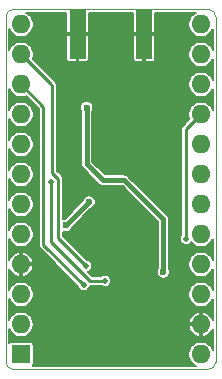
<source format=gbr>
%TF.GenerationSoftware,KiCad,Pcbnew,5.1.6+dfsg1-1~bpo10+1*%
%TF.CreationDate,2020-07-10T20:01:31+00:00*%
%TF.ProjectId,ProMicro_LORA,50726f4d-6963-4726-9f5f-4c4f52412e6b,v1.1*%
%TF.SameCoordinates,Original*%
%TF.FileFunction,Copper,L2,Bot*%
%TF.FilePolarity,Positive*%
%FSLAX45Y45*%
G04 Gerber Fmt 4.5, Leading zero omitted, Abs format (unit mm)*
G04 Created by KiCad (PCBNEW 5.1.6+dfsg1-1~bpo10+1) date 2020-07-10 20:01:31*
%MOMM*%
%LPD*%
G01*
G04 APERTURE LIST*
%TA.AperFunction,Profile*%
%ADD10C,0.100000*%
%TD*%
%TA.AperFunction,ComponentPad*%
%ADD11O,1.600000X1.600000*%
%TD*%
%TA.AperFunction,ComponentPad*%
%ADD12R,1.600000X1.600000*%
%TD*%
%TA.AperFunction,SMDPad,CuDef*%
%ADD13R,1.350000X4.200000*%
%TD*%
%TA.AperFunction,ViaPad*%
%ADD14C,0.600000*%
%TD*%
%TA.AperFunction,ViaPad*%
%ADD15C,0.500000*%
%TD*%
%TA.AperFunction,ViaPad*%
%ADD16C,0.450000*%
%TD*%
%TA.AperFunction,Conductor*%
%ADD17C,0.400000*%
%TD*%
%TA.AperFunction,Conductor*%
%ADD18C,0.250000*%
%TD*%
%TA.AperFunction,Conductor*%
%ADD19C,0.150000*%
%TD*%
G04 APERTURE END LIST*
D10*
X-127000Y2857500D02*
X-127000Y-63500D01*
X1651000Y2857500D02*
X1651000Y-63500D01*
X-127000Y2857500D02*
G75*
G02*
X-63500Y2921000I63500J0D01*
G01*
X1587500Y2921000D02*
G75*
G02*
X1651000Y2857500I0J-63500D01*
G01*
X-63500Y2921000D02*
X1587500Y2921000D01*
X1651000Y-63500D02*
G75*
G02*
X1587500Y-127000I-63500J0D01*
G01*
X-63500Y-127000D02*
G75*
G02*
X-127000Y-63500I0J63500D01*
G01*
X1587500Y-127000D02*
X-63500Y-127000D01*
D11*
X1524000Y0D03*
X1524000Y254000D03*
X1524000Y508000D03*
X0Y2794000D03*
X1524000Y762000D03*
X0Y2540000D03*
X1524000Y1016000D03*
X0Y2286000D03*
X1524000Y1270000D03*
X0Y2032000D03*
X1524000Y1524000D03*
X0Y1778000D03*
X1524000Y1778000D03*
X0Y1524000D03*
X1524000Y2032000D03*
X0Y1270000D03*
X1524000Y2286000D03*
X0Y1016000D03*
X1524000Y2540000D03*
X0Y762000D03*
X1524000Y2794000D03*
X0Y508000D03*
X0Y254000D03*
D12*
X0Y0D03*
D13*
X479500Y2710500D03*
X1044500Y2710500D03*
D14*
X1333500Y381000D03*
X190500Y254000D03*
X1397000Y127000D03*
X1270000Y0D03*
X1143000Y254000D03*
X952500Y254000D03*
X762000Y254000D03*
X571500Y254000D03*
X254000Y0D03*
X1460500Y889000D03*
X762000Y1993900D03*
D15*
X889000Y1828800D03*
D14*
X889000Y1993900D03*
X1231900Y2108200D03*
X1231900Y2222500D03*
X1231900Y2349500D03*
X1333500Y819150D03*
D16*
X825500Y1397000D03*
X1053622Y1399062D03*
D15*
X381000Y1320800D03*
D14*
X647700Y1993900D03*
X635000Y2476500D03*
X889000Y2476500D03*
X1231900Y2476500D03*
X1231900Y2616200D03*
X101600Y381000D03*
X254000Y2667000D03*
X127000Y1397000D03*
X88900Y1651000D03*
X444500Y2222500D03*
X254000Y2413000D03*
X381000Y1524000D03*
X666750Y2222500D03*
D16*
X726440Y1397000D03*
D14*
X571500Y381000D03*
X762000Y381000D03*
X952500Y381000D03*
X762000Y1143000D03*
X762000Y889000D03*
X1016000Y889000D03*
X1016000Y1143000D03*
X127000Y1143000D03*
X381000Y254000D03*
X1193800Y1892300D03*
X1244600Y406400D03*
X1130300Y406400D03*
D15*
X368300Y1841500D03*
X368300Y1993900D03*
X292100Y673100D03*
D14*
X533400Y1524000D03*
X88900Y1905000D03*
D16*
X952500Y1397000D03*
D14*
X1206500Y698500D03*
X556260Y2089150D03*
X381000Y1092200D03*
X577850Y1289050D03*
D16*
X693180Y1475500D03*
D15*
X1397000Y977900D03*
X552450Y749300D03*
X711200Y622300D03*
X254000Y1460500D03*
X530841Y586759D03*
D17*
X952500Y1397000D02*
X1143000Y1206500D01*
X1206500Y1143000D02*
X1143000Y1206500D01*
X1206500Y698500D02*
X1206500Y1143000D01*
X381000Y1092200D02*
X577850Y1289050D01*
X693180Y1475500D02*
X874000Y1475500D01*
X874000Y1475500D02*
X892810Y1456690D01*
X952500Y1397000D02*
X892810Y1456690D01*
X556260Y1612420D02*
X556260Y2089150D01*
X693180Y1475500D02*
X556260Y1612420D01*
D18*
X1397000Y1905000D02*
X1397000Y977900D01*
X1524000Y2032000D02*
X1397000Y1905000D01*
X254000Y2286000D02*
X0Y2540000D01*
X318500Y1484900D02*
X266700Y1536700D01*
X266700Y2273300D02*
X254000Y2286000D01*
X318500Y983250D02*
X318500Y1484900D01*
X266700Y1536700D02*
X266700Y2273300D01*
X552450Y749300D02*
X318500Y983250D01*
X711200Y622300D02*
X584200Y622300D01*
X584200Y622300D02*
X254000Y952500D01*
X254000Y1460500D02*
X254000Y952500D01*
X190500Y927100D02*
X530841Y586759D01*
X190500Y1700637D02*
X190500Y927100D01*
X190500Y1700637D02*
X190500Y2095500D01*
X190500Y2095500D02*
X0Y2286000D01*
D19*
G36*
X384500Y2724875D02*
G01*
X391375Y2718000D01*
X472000Y2718000D01*
X472000Y2720000D01*
X487000Y2720000D01*
X487000Y2718000D01*
X567625Y2718000D01*
X574500Y2724875D01*
X574615Y2893500D01*
X949385Y2893500D01*
X949500Y2724875D01*
X956375Y2718000D01*
X1037000Y2718000D01*
X1037000Y2720000D01*
X1052000Y2720000D01*
X1052000Y2718000D01*
X1132625Y2718000D01*
X1139500Y2724875D01*
X1139615Y2893500D01*
X1483303Y2893500D01*
X1473080Y2889265D01*
X1455473Y2877501D01*
X1440499Y2862527D01*
X1428735Y2844920D01*
X1420631Y2825357D01*
X1416500Y2804588D01*
X1416500Y2783412D01*
X1420631Y2762643D01*
X1428735Y2743080D01*
X1440499Y2725473D01*
X1455473Y2710499D01*
X1473080Y2698735D01*
X1492643Y2690631D01*
X1513412Y2686500D01*
X1534588Y2686500D01*
X1555357Y2690631D01*
X1574920Y2698735D01*
X1592527Y2710499D01*
X1607501Y2725473D01*
X1619265Y2743080D01*
X1623500Y2753303D01*
X1623500Y2580697D01*
X1619265Y2590920D01*
X1607501Y2608527D01*
X1592527Y2623501D01*
X1574920Y2635265D01*
X1555357Y2643369D01*
X1534588Y2647500D01*
X1513412Y2647500D01*
X1492643Y2643369D01*
X1473080Y2635265D01*
X1455473Y2623501D01*
X1440499Y2608527D01*
X1428735Y2590920D01*
X1420631Y2571357D01*
X1416500Y2550588D01*
X1416500Y2529412D01*
X1420631Y2508643D01*
X1428735Y2489080D01*
X1440499Y2471473D01*
X1455473Y2456499D01*
X1473080Y2444735D01*
X1492643Y2436631D01*
X1513412Y2432500D01*
X1534588Y2432500D01*
X1555357Y2436631D01*
X1574920Y2444735D01*
X1592527Y2456499D01*
X1607501Y2471473D01*
X1619265Y2489080D01*
X1623500Y2499303D01*
X1623500Y2326697D01*
X1619265Y2336920D01*
X1607501Y2354527D01*
X1592527Y2369501D01*
X1574920Y2381265D01*
X1555357Y2389369D01*
X1534588Y2393500D01*
X1513412Y2393500D01*
X1492643Y2389369D01*
X1473080Y2381265D01*
X1455473Y2369501D01*
X1440499Y2354527D01*
X1428735Y2336920D01*
X1420631Y2317357D01*
X1416500Y2296588D01*
X1416500Y2275412D01*
X1420631Y2254643D01*
X1428735Y2235080D01*
X1440499Y2217473D01*
X1455473Y2202499D01*
X1473080Y2190735D01*
X1492643Y2182631D01*
X1513412Y2178500D01*
X1534588Y2178500D01*
X1555357Y2182631D01*
X1574920Y2190735D01*
X1592527Y2202499D01*
X1607501Y2217473D01*
X1619265Y2235080D01*
X1623500Y2245303D01*
X1623500Y2072697D01*
X1619265Y2082920D01*
X1607501Y2100527D01*
X1592527Y2115501D01*
X1574920Y2127265D01*
X1555357Y2135369D01*
X1534588Y2139500D01*
X1513412Y2139500D01*
X1492643Y2135369D01*
X1473080Y2127265D01*
X1455473Y2115501D01*
X1440499Y2100527D01*
X1428735Y2082920D01*
X1420631Y2063357D01*
X1416500Y2042588D01*
X1416500Y2021412D01*
X1420631Y2000643D01*
X1425155Y1989723D01*
X1370105Y1934674D01*
X1368579Y1933421D01*
X1363580Y1927330D01*
X1359866Y1920381D01*
X1357579Y1912841D01*
X1357579Y1912841D01*
X1356807Y1905000D01*
X1357000Y1903035D01*
X1357000Y1012146D01*
X1356221Y1011367D01*
X1350475Y1002768D01*
X1346518Y993214D01*
X1344500Y983071D01*
X1344500Y972729D01*
X1346518Y962586D01*
X1350475Y953032D01*
X1356221Y944433D01*
X1363533Y937121D01*
X1372132Y931375D01*
X1381686Y927418D01*
X1391829Y925400D01*
X1402171Y925400D01*
X1412314Y927418D01*
X1421868Y931375D01*
X1430467Y937121D01*
X1437779Y944433D01*
X1440155Y947988D01*
X1440499Y947473D01*
X1455473Y932499D01*
X1473080Y920735D01*
X1492643Y912631D01*
X1513412Y908500D01*
X1534588Y908500D01*
X1555357Y912631D01*
X1574920Y920735D01*
X1592527Y932499D01*
X1607501Y947473D01*
X1619265Y965080D01*
X1623500Y975303D01*
X1623500Y802696D01*
X1619265Y812920D01*
X1607501Y830527D01*
X1592527Y845501D01*
X1574920Y857265D01*
X1555357Y865369D01*
X1534588Y869500D01*
X1513412Y869500D01*
X1492643Y865369D01*
X1473080Y857265D01*
X1455473Y845501D01*
X1440499Y830527D01*
X1428735Y812920D01*
X1420631Y793357D01*
X1416500Y772588D01*
X1416500Y751412D01*
X1420631Y730643D01*
X1428735Y711080D01*
X1440499Y693473D01*
X1455473Y678499D01*
X1473080Y666735D01*
X1492643Y658631D01*
X1513412Y654500D01*
X1534588Y654500D01*
X1555357Y658631D01*
X1574920Y666735D01*
X1592527Y678499D01*
X1607501Y693473D01*
X1619265Y711080D01*
X1623500Y721303D01*
X1623500Y548697D01*
X1619265Y558920D01*
X1607501Y576527D01*
X1592527Y591501D01*
X1574920Y603265D01*
X1555357Y611369D01*
X1534588Y615500D01*
X1513412Y615500D01*
X1492643Y611369D01*
X1473080Y603265D01*
X1455473Y591501D01*
X1440499Y576527D01*
X1428735Y558920D01*
X1420631Y539357D01*
X1416500Y518588D01*
X1416500Y497412D01*
X1420631Y476643D01*
X1428735Y457080D01*
X1440499Y439473D01*
X1455473Y424499D01*
X1473080Y412735D01*
X1492643Y404631D01*
X1513412Y400500D01*
X1534588Y400500D01*
X1555357Y404631D01*
X1574920Y412735D01*
X1592527Y424499D01*
X1607501Y439473D01*
X1619265Y457080D01*
X1623500Y467303D01*
X1623500Y294158D01*
X1615166Y310966D01*
X1602301Y327657D01*
X1586427Y341517D01*
X1568153Y352014D01*
X1548183Y358745D01*
X1531500Y354363D01*
X1531500Y261500D01*
X1533500Y261500D01*
X1533500Y246500D01*
X1531500Y246500D01*
X1531500Y153637D01*
X1548183Y149255D01*
X1568153Y155986D01*
X1586427Y166483D01*
X1602301Y180343D01*
X1615166Y197034D01*
X1623500Y213842D01*
X1623500Y40696D01*
X1619265Y50920D01*
X1607501Y68527D01*
X1592527Y83501D01*
X1574920Y95265D01*
X1555357Y103369D01*
X1534588Y107500D01*
X1513412Y107500D01*
X1492643Y103369D01*
X1473080Y95265D01*
X1455473Y83501D01*
X1440499Y68527D01*
X1428735Y50920D01*
X1420631Y31357D01*
X1416500Y10588D01*
X1416500Y-10588D01*
X1420631Y-31357D01*
X1428735Y-50920D01*
X1440499Y-68527D01*
X1455473Y-83501D01*
X1473080Y-95265D01*
X1483303Y-99500D01*
X99572Y-99500D01*
X102976Y-95352D01*
X105530Y-90575D01*
X107102Y-85391D01*
X107633Y-80000D01*
X107633Y80000D01*
X107102Y85391D01*
X105530Y90575D01*
X102976Y95352D01*
X99539Y99539D01*
X95352Y102976D01*
X90575Y105530D01*
X85391Y107102D01*
X80000Y107633D01*
X-80000Y107633D01*
X-85391Y107102D01*
X-90575Y105530D01*
X-95352Y102976D01*
X-99500Y99572D01*
X-99500Y213303D01*
X-95265Y203080D01*
X-83501Y185473D01*
X-68527Y170499D01*
X-50920Y158735D01*
X-31357Y150631D01*
X-10588Y146500D01*
X10588Y146500D01*
X31357Y150631D01*
X50920Y158735D01*
X68527Y170499D01*
X83501Y185473D01*
X95265Y203080D01*
X103369Y222643D01*
X104796Y229817D01*
X1419255Y229817D01*
X1423472Y215914D01*
X1432834Y197034D01*
X1445699Y180343D01*
X1461573Y166483D01*
X1479847Y155986D01*
X1499817Y149255D01*
X1516500Y153637D01*
X1516500Y246500D01*
X1423655Y246500D01*
X1419255Y229817D01*
X104796Y229817D01*
X107500Y243412D01*
X107500Y264588D01*
X104796Y278183D01*
X1419255Y278183D01*
X1423655Y261500D01*
X1516500Y261500D01*
X1516500Y354363D01*
X1499817Y358745D01*
X1479847Y352014D01*
X1461573Y341517D01*
X1445699Y327657D01*
X1432834Y310966D01*
X1423472Y292086D01*
X1419255Y278183D01*
X104796Y278183D01*
X103369Y285357D01*
X95265Y304920D01*
X83501Y322527D01*
X68527Y337501D01*
X50920Y349265D01*
X31357Y357369D01*
X10588Y361500D01*
X-10588Y361500D01*
X-31357Y357369D01*
X-50920Y349265D01*
X-68527Y337501D01*
X-83501Y322527D01*
X-95265Y304920D01*
X-99500Y294697D01*
X-99500Y467303D01*
X-95265Y457080D01*
X-83501Y439473D01*
X-68527Y424499D01*
X-50920Y412735D01*
X-31357Y404631D01*
X-10588Y400500D01*
X10588Y400500D01*
X31357Y404631D01*
X50920Y412735D01*
X68527Y424499D01*
X83501Y439473D01*
X95265Y457080D01*
X103369Y476643D01*
X107500Y497412D01*
X107500Y518588D01*
X103369Y539357D01*
X95265Y558920D01*
X83501Y576527D01*
X68527Y591501D01*
X50920Y603265D01*
X31357Y611369D01*
X10588Y615500D01*
X-10588Y615500D01*
X-31357Y611369D01*
X-50920Y603265D01*
X-68527Y591501D01*
X-83501Y576527D01*
X-95265Y558920D01*
X-99500Y548697D01*
X-99500Y721842D01*
X-91166Y705034D01*
X-78301Y688343D01*
X-62427Y674483D01*
X-44153Y663986D01*
X-24183Y657255D01*
X-7500Y661637D01*
X-7500Y754500D01*
X7500Y754500D01*
X7500Y661637D01*
X24183Y657255D01*
X44153Y663986D01*
X62427Y674483D01*
X78301Y688343D01*
X91166Y705034D01*
X100528Y723914D01*
X104745Y737817D01*
X100345Y754500D01*
X7500Y754500D01*
X-7500Y754500D01*
X-9500Y754500D01*
X-9500Y769500D01*
X-7500Y769500D01*
X-7500Y862363D01*
X7500Y862363D01*
X7500Y769500D01*
X100345Y769500D01*
X104745Y786183D01*
X100528Y800085D01*
X91166Y818966D01*
X78301Y835657D01*
X62427Y849517D01*
X44153Y860014D01*
X24183Y866745D01*
X7500Y862363D01*
X-7500Y862363D01*
X-24183Y866745D01*
X-44153Y860014D01*
X-62427Y849517D01*
X-78301Y835657D01*
X-91166Y818966D01*
X-99500Y802158D01*
X-99500Y975303D01*
X-95265Y965080D01*
X-83501Y947473D01*
X-68527Y932499D01*
X-50920Y920735D01*
X-31357Y912631D01*
X-10588Y908500D01*
X10588Y908500D01*
X31357Y912631D01*
X50920Y920735D01*
X68527Y932499D01*
X83501Y947473D01*
X95265Y965080D01*
X103369Y984643D01*
X107500Y1005412D01*
X107500Y1026588D01*
X103369Y1047357D01*
X95265Y1066920D01*
X83501Y1084527D01*
X68527Y1099501D01*
X50920Y1111265D01*
X31357Y1119369D01*
X10588Y1123500D01*
X-10588Y1123500D01*
X-31357Y1119369D01*
X-50920Y1111265D01*
X-68527Y1099501D01*
X-83501Y1084527D01*
X-95265Y1066920D01*
X-99500Y1056697D01*
X-99500Y1229303D01*
X-95265Y1219080D01*
X-83501Y1201473D01*
X-68527Y1186499D01*
X-50920Y1174735D01*
X-31357Y1166631D01*
X-10588Y1162500D01*
X10588Y1162500D01*
X31357Y1166631D01*
X50920Y1174735D01*
X68527Y1186499D01*
X83501Y1201473D01*
X95265Y1219080D01*
X103369Y1238643D01*
X107500Y1259412D01*
X107500Y1280588D01*
X103369Y1301357D01*
X95265Y1320920D01*
X83501Y1338527D01*
X68527Y1353501D01*
X50920Y1365265D01*
X31357Y1373369D01*
X10588Y1377500D01*
X-10588Y1377500D01*
X-31357Y1373369D01*
X-50920Y1365265D01*
X-68527Y1353501D01*
X-83501Y1338527D01*
X-95265Y1320920D01*
X-99500Y1310697D01*
X-99500Y1483303D01*
X-95265Y1473080D01*
X-83501Y1455473D01*
X-68527Y1440499D01*
X-50920Y1428735D01*
X-31357Y1420631D01*
X-10588Y1416500D01*
X10588Y1416500D01*
X31357Y1420631D01*
X50920Y1428735D01*
X68527Y1440499D01*
X83501Y1455473D01*
X95265Y1473080D01*
X103369Y1492643D01*
X107500Y1513412D01*
X107500Y1534588D01*
X103369Y1555357D01*
X95265Y1574920D01*
X83501Y1592527D01*
X68527Y1607501D01*
X50920Y1619265D01*
X31357Y1627369D01*
X10588Y1631500D01*
X-10588Y1631500D01*
X-31357Y1627369D01*
X-50920Y1619265D01*
X-68527Y1607501D01*
X-83501Y1592527D01*
X-95265Y1574920D01*
X-99500Y1564697D01*
X-99500Y1737303D01*
X-95265Y1727080D01*
X-83501Y1709473D01*
X-68527Y1694499D01*
X-50920Y1682735D01*
X-31357Y1674631D01*
X-10588Y1670500D01*
X10588Y1670500D01*
X31357Y1674631D01*
X50920Y1682735D01*
X68527Y1694499D01*
X83501Y1709473D01*
X95265Y1727080D01*
X103369Y1746643D01*
X107500Y1767412D01*
X107500Y1788588D01*
X103369Y1809357D01*
X95265Y1828920D01*
X83501Y1846527D01*
X68527Y1861501D01*
X50920Y1873265D01*
X31357Y1881369D01*
X10588Y1885500D01*
X-10588Y1885500D01*
X-31357Y1881369D01*
X-50920Y1873265D01*
X-68527Y1861501D01*
X-83501Y1846527D01*
X-95265Y1828920D01*
X-99500Y1818697D01*
X-99500Y1991303D01*
X-95265Y1981080D01*
X-83501Y1963473D01*
X-68527Y1948499D01*
X-50920Y1936735D01*
X-31357Y1928631D01*
X-10588Y1924500D01*
X10588Y1924500D01*
X31357Y1928631D01*
X50920Y1936735D01*
X68527Y1948499D01*
X83501Y1963473D01*
X95265Y1981080D01*
X103369Y2000643D01*
X107500Y2021412D01*
X107500Y2042588D01*
X103369Y2063357D01*
X95265Y2082920D01*
X83501Y2100527D01*
X68527Y2115501D01*
X50920Y2127265D01*
X31357Y2135369D01*
X10588Y2139500D01*
X-10588Y2139500D01*
X-31357Y2135369D01*
X-50920Y2127265D01*
X-68527Y2115501D01*
X-83501Y2100527D01*
X-95265Y2082920D01*
X-99500Y2072697D01*
X-99500Y2245303D01*
X-95265Y2235080D01*
X-83501Y2217473D01*
X-68527Y2202499D01*
X-50920Y2190735D01*
X-31357Y2182631D01*
X-10588Y2178500D01*
X10588Y2178500D01*
X31357Y2182631D01*
X42277Y2187155D01*
X150500Y2078931D01*
X150500Y1702602D01*
X150500Y1702602D01*
X150500Y929066D01*
X150307Y927100D01*
X151079Y919259D01*
X153366Y911719D01*
X157080Y904770D01*
X160827Y900205D01*
X160827Y900205D01*
X162079Y898679D01*
X163605Y897427D01*
X478341Y582691D01*
X478341Y581589D01*
X480358Y571446D01*
X484316Y561891D01*
X490061Y553293D01*
X497374Y545980D01*
X505972Y540235D01*
X515527Y536277D01*
X525670Y534259D01*
X536011Y534259D01*
X546154Y536277D01*
X555709Y540235D01*
X564307Y545980D01*
X571620Y553293D01*
X577366Y561891D01*
X581323Y571446D01*
X583341Y581589D01*
X583341Y582191D01*
X584200Y582107D01*
X586164Y582300D01*
X676954Y582300D01*
X677733Y581521D01*
X686332Y575775D01*
X695886Y571818D01*
X706029Y569800D01*
X716371Y569800D01*
X726514Y571818D01*
X736068Y575775D01*
X744667Y581521D01*
X751979Y588833D01*
X757725Y597432D01*
X761682Y606986D01*
X763700Y617129D01*
X763700Y627471D01*
X761682Y637614D01*
X757725Y647168D01*
X751979Y655767D01*
X744667Y663079D01*
X736068Y668825D01*
X726514Y672782D01*
X716371Y674800D01*
X706029Y674800D01*
X695886Y672782D01*
X686332Y668825D01*
X677733Y663079D01*
X676954Y662300D01*
X600769Y662300D01*
X564834Y698235D01*
X567764Y698818D01*
X577318Y702775D01*
X585917Y708521D01*
X593229Y715833D01*
X598975Y724432D01*
X602932Y733986D01*
X604950Y744129D01*
X604950Y754471D01*
X602932Y764614D01*
X598975Y774168D01*
X593229Y782767D01*
X585917Y790079D01*
X577318Y795825D01*
X567764Y799782D01*
X557621Y801800D01*
X556519Y801800D01*
X358500Y999819D01*
X358500Y1039282D01*
X364228Y1036910D01*
X375337Y1034700D01*
X386663Y1034700D01*
X397772Y1036910D01*
X408236Y1041244D01*
X417654Y1047537D01*
X425663Y1055546D01*
X431956Y1064964D01*
X436290Y1075428D01*
X437504Y1081529D01*
X588521Y1232546D01*
X594622Y1233760D01*
X605087Y1238094D01*
X614504Y1244387D01*
X622513Y1252396D01*
X628806Y1261814D01*
X633140Y1272278D01*
X635350Y1283387D01*
X635350Y1294713D01*
X633140Y1305822D01*
X628806Y1316287D01*
X622513Y1325704D01*
X614504Y1333713D01*
X605087Y1340006D01*
X594622Y1344340D01*
X583513Y1346550D01*
X572187Y1346550D01*
X561078Y1344340D01*
X550614Y1340006D01*
X541196Y1333713D01*
X533187Y1325704D01*
X526894Y1316287D01*
X522560Y1305822D01*
X521346Y1299721D01*
X370329Y1148704D01*
X364228Y1147490D01*
X358500Y1145118D01*
X358500Y1482937D01*
X358693Y1484900D01*
X358500Y1486864D01*
X358500Y1486865D01*
X357921Y1492741D01*
X355634Y1500281D01*
X351920Y1507230D01*
X346921Y1513321D01*
X345395Y1514573D01*
X306700Y1553268D01*
X306700Y2094813D01*
X498760Y2094813D01*
X498760Y2083487D01*
X500970Y2072378D01*
X505304Y2061913D01*
X508760Y2056741D01*
X508760Y1614753D01*
X508530Y1612420D01*
X508760Y1610087D01*
X509447Y1603108D01*
X512163Y1594155D01*
X516574Y1585903D01*
X522510Y1578670D01*
X524323Y1577182D01*
X648292Y1453213D01*
X648871Y1451816D01*
X654343Y1443627D01*
X661307Y1436662D01*
X669496Y1431191D01*
X678596Y1427421D01*
X688255Y1425500D01*
X698105Y1425500D01*
X707764Y1427421D01*
X709161Y1428000D01*
X854325Y1428000D01*
X860872Y1421453D01*
X860873Y1421452D01*
X907612Y1374713D01*
X908191Y1373316D01*
X913662Y1365127D01*
X920627Y1358163D01*
X928816Y1352691D01*
X930213Y1352112D01*
X1111062Y1171263D01*
X1111063Y1171262D01*
X1159000Y1123325D01*
X1159000Y730908D01*
X1155544Y725736D01*
X1151210Y715272D01*
X1149000Y704163D01*
X1149000Y692837D01*
X1151210Y681728D01*
X1155544Y671264D01*
X1161837Y661846D01*
X1169846Y653837D01*
X1179264Y647544D01*
X1189728Y643210D01*
X1200837Y641000D01*
X1212163Y641000D01*
X1223272Y643210D01*
X1233737Y647544D01*
X1243154Y653837D01*
X1251163Y661846D01*
X1257456Y671264D01*
X1261790Y681728D01*
X1264000Y692837D01*
X1264000Y704163D01*
X1261790Y715272D01*
X1257456Y725736D01*
X1254000Y730908D01*
X1254000Y1140667D01*
X1254230Y1143000D01*
X1253313Y1152312D01*
X1250597Y1161265D01*
X1246186Y1169517D01*
X1241737Y1174938D01*
X1240250Y1176750D01*
X1238438Y1178238D01*
X1178238Y1238437D01*
X1178237Y1238438D01*
X997388Y1419287D01*
X996809Y1420684D01*
X991337Y1428873D01*
X984373Y1435837D01*
X976184Y1441309D01*
X974787Y1441888D01*
X928048Y1488627D01*
X928047Y1488628D01*
X909238Y1507437D01*
X907750Y1509250D01*
X900517Y1515186D01*
X892265Y1519597D01*
X883312Y1522313D01*
X876333Y1523000D01*
X874000Y1523230D01*
X871667Y1523000D01*
X712855Y1523000D01*
X603760Y1632095D01*
X603760Y2056741D01*
X607216Y2061913D01*
X611550Y2072378D01*
X613760Y2083487D01*
X613760Y2094813D01*
X611550Y2105922D01*
X607216Y2116387D01*
X600923Y2125804D01*
X592914Y2133813D01*
X583497Y2140106D01*
X573032Y2144440D01*
X561923Y2146650D01*
X550597Y2146650D01*
X539488Y2144440D01*
X529024Y2140106D01*
X519606Y2133813D01*
X511597Y2125804D01*
X505304Y2116387D01*
X500970Y2105922D01*
X498760Y2094813D01*
X306700Y2094813D01*
X306700Y2271337D01*
X306893Y2273300D01*
X306700Y2275264D01*
X306700Y2275265D01*
X306121Y2281141D01*
X303834Y2288681D01*
X300120Y2295630D01*
X295121Y2301721D01*
X293595Y2302974D01*
X98845Y2497723D01*
X99996Y2500500D01*
X384367Y2500500D01*
X384898Y2495109D01*
X386470Y2489925D01*
X389024Y2485148D01*
X392460Y2480960D01*
X396648Y2477524D01*
X401425Y2474970D01*
X406609Y2473398D01*
X412000Y2472867D01*
X465125Y2473000D01*
X472000Y2479875D01*
X472000Y2703000D01*
X487000Y2703000D01*
X487000Y2479875D01*
X493875Y2473000D01*
X547000Y2472867D01*
X552391Y2473398D01*
X557575Y2474970D01*
X562352Y2477524D01*
X566540Y2480960D01*
X569976Y2485148D01*
X572530Y2489925D01*
X574102Y2495109D01*
X574633Y2500500D01*
X949367Y2500500D01*
X949898Y2495109D01*
X951470Y2489925D01*
X954024Y2485148D01*
X957460Y2480960D01*
X961648Y2477524D01*
X966425Y2474970D01*
X971609Y2473398D01*
X977000Y2472867D01*
X1030125Y2473000D01*
X1037000Y2479875D01*
X1037000Y2703000D01*
X1052000Y2703000D01*
X1052000Y2479875D01*
X1058875Y2473000D01*
X1112000Y2472867D01*
X1117391Y2473398D01*
X1122575Y2474970D01*
X1127352Y2477524D01*
X1131540Y2480960D01*
X1134976Y2485148D01*
X1137530Y2489925D01*
X1139102Y2495109D01*
X1139633Y2500500D01*
X1139500Y2696125D01*
X1132625Y2703000D01*
X1052000Y2703000D01*
X1037000Y2703000D01*
X956375Y2703000D01*
X949500Y2696125D01*
X949367Y2500500D01*
X574633Y2500500D01*
X574500Y2696125D01*
X567625Y2703000D01*
X487000Y2703000D01*
X472000Y2703000D01*
X391375Y2703000D01*
X384500Y2696125D01*
X384367Y2500500D01*
X99996Y2500500D01*
X103369Y2508643D01*
X107500Y2529412D01*
X107500Y2550588D01*
X103369Y2571357D01*
X95265Y2590920D01*
X83501Y2608527D01*
X68527Y2623501D01*
X50920Y2635265D01*
X31357Y2643369D01*
X10588Y2647500D01*
X-10588Y2647500D01*
X-31357Y2643369D01*
X-50920Y2635265D01*
X-68527Y2623501D01*
X-83501Y2608527D01*
X-95265Y2590920D01*
X-99500Y2580697D01*
X-99500Y2753303D01*
X-95265Y2743080D01*
X-83501Y2725473D01*
X-68527Y2710499D01*
X-50920Y2698735D01*
X-31357Y2690631D01*
X-10588Y2686500D01*
X10588Y2686500D01*
X31357Y2690631D01*
X50920Y2698735D01*
X68527Y2710499D01*
X83501Y2725473D01*
X95265Y2743080D01*
X103369Y2762643D01*
X107500Y2783412D01*
X107500Y2804588D01*
X103369Y2825357D01*
X95265Y2844920D01*
X83501Y2862527D01*
X68527Y2877501D01*
X50920Y2889265D01*
X40697Y2893500D01*
X384385Y2893500D01*
X384500Y2724875D01*
G37*
X384500Y2724875D02*
X391375Y2718000D01*
X472000Y2718000D01*
X472000Y2720000D01*
X487000Y2720000D01*
X487000Y2718000D01*
X567625Y2718000D01*
X574500Y2724875D01*
X574615Y2893500D01*
X949385Y2893500D01*
X949500Y2724875D01*
X956375Y2718000D01*
X1037000Y2718000D01*
X1037000Y2720000D01*
X1052000Y2720000D01*
X1052000Y2718000D01*
X1132625Y2718000D01*
X1139500Y2724875D01*
X1139615Y2893500D01*
X1483303Y2893500D01*
X1473080Y2889265D01*
X1455473Y2877501D01*
X1440499Y2862527D01*
X1428735Y2844920D01*
X1420631Y2825357D01*
X1416500Y2804588D01*
X1416500Y2783412D01*
X1420631Y2762643D01*
X1428735Y2743080D01*
X1440499Y2725473D01*
X1455473Y2710499D01*
X1473080Y2698735D01*
X1492643Y2690631D01*
X1513412Y2686500D01*
X1534588Y2686500D01*
X1555357Y2690631D01*
X1574920Y2698735D01*
X1592527Y2710499D01*
X1607501Y2725473D01*
X1619265Y2743080D01*
X1623500Y2753303D01*
X1623500Y2580697D01*
X1619265Y2590920D01*
X1607501Y2608527D01*
X1592527Y2623501D01*
X1574920Y2635265D01*
X1555357Y2643369D01*
X1534588Y2647500D01*
X1513412Y2647500D01*
X1492643Y2643369D01*
X1473080Y2635265D01*
X1455473Y2623501D01*
X1440499Y2608527D01*
X1428735Y2590920D01*
X1420631Y2571357D01*
X1416500Y2550588D01*
X1416500Y2529412D01*
X1420631Y2508643D01*
X1428735Y2489080D01*
X1440499Y2471473D01*
X1455473Y2456499D01*
X1473080Y2444735D01*
X1492643Y2436631D01*
X1513412Y2432500D01*
X1534588Y2432500D01*
X1555357Y2436631D01*
X1574920Y2444735D01*
X1592527Y2456499D01*
X1607501Y2471473D01*
X1619265Y2489080D01*
X1623500Y2499303D01*
X1623500Y2326697D01*
X1619265Y2336920D01*
X1607501Y2354527D01*
X1592527Y2369501D01*
X1574920Y2381265D01*
X1555357Y2389369D01*
X1534588Y2393500D01*
X1513412Y2393500D01*
X1492643Y2389369D01*
X1473080Y2381265D01*
X1455473Y2369501D01*
X1440499Y2354527D01*
X1428735Y2336920D01*
X1420631Y2317357D01*
X1416500Y2296588D01*
X1416500Y2275412D01*
X1420631Y2254643D01*
X1428735Y2235080D01*
X1440499Y2217473D01*
X1455473Y2202499D01*
X1473080Y2190735D01*
X1492643Y2182631D01*
X1513412Y2178500D01*
X1534588Y2178500D01*
X1555357Y2182631D01*
X1574920Y2190735D01*
X1592527Y2202499D01*
X1607501Y2217473D01*
X1619265Y2235080D01*
X1623500Y2245303D01*
X1623500Y2072697D01*
X1619265Y2082920D01*
X1607501Y2100527D01*
X1592527Y2115501D01*
X1574920Y2127265D01*
X1555357Y2135369D01*
X1534588Y2139500D01*
X1513412Y2139500D01*
X1492643Y2135369D01*
X1473080Y2127265D01*
X1455473Y2115501D01*
X1440499Y2100527D01*
X1428735Y2082920D01*
X1420631Y2063357D01*
X1416500Y2042588D01*
X1416500Y2021412D01*
X1420631Y2000643D01*
X1425155Y1989723D01*
X1370105Y1934674D01*
X1368579Y1933421D01*
X1363580Y1927330D01*
X1359866Y1920381D01*
X1357579Y1912841D01*
X1357579Y1912841D01*
X1356807Y1905000D01*
X1357000Y1903035D01*
X1357000Y1012146D01*
X1356221Y1011367D01*
X1350475Y1002768D01*
X1346518Y993214D01*
X1344500Y983071D01*
X1344500Y972729D01*
X1346518Y962586D01*
X1350475Y953032D01*
X1356221Y944433D01*
X1363533Y937121D01*
X1372132Y931375D01*
X1381686Y927418D01*
X1391829Y925400D01*
X1402171Y925400D01*
X1412314Y927418D01*
X1421868Y931375D01*
X1430467Y937121D01*
X1437779Y944433D01*
X1440155Y947988D01*
X1440499Y947473D01*
X1455473Y932499D01*
X1473080Y920735D01*
X1492643Y912631D01*
X1513412Y908500D01*
X1534588Y908500D01*
X1555357Y912631D01*
X1574920Y920735D01*
X1592527Y932499D01*
X1607501Y947473D01*
X1619265Y965080D01*
X1623500Y975303D01*
X1623500Y802696D01*
X1619265Y812920D01*
X1607501Y830527D01*
X1592527Y845501D01*
X1574920Y857265D01*
X1555357Y865369D01*
X1534588Y869500D01*
X1513412Y869500D01*
X1492643Y865369D01*
X1473080Y857265D01*
X1455473Y845501D01*
X1440499Y830527D01*
X1428735Y812920D01*
X1420631Y793357D01*
X1416500Y772588D01*
X1416500Y751412D01*
X1420631Y730643D01*
X1428735Y711080D01*
X1440499Y693473D01*
X1455473Y678499D01*
X1473080Y666735D01*
X1492643Y658631D01*
X1513412Y654500D01*
X1534588Y654500D01*
X1555357Y658631D01*
X1574920Y666735D01*
X1592527Y678499D01*
X1607501Y693473D01*
X1619265Y711080D01*
X1623500Y721303D01*
X1623500Y548697D01*
X1619265Y558920D01*
X1607501Y576527D01*
X1592527Y591501D01*
X1574920Y603265D01*
X1555357Y611369D01*
X1534588Y615500D01*
X1513412Y615500D01*
X1492643Y611369D01*
X1473080Y603265D01*
X1455473Y591501D01*
X1440499Y576527D01*
X1428735Y558920D01*
X1420631Y539357D01*
X1416500Y518588D01*
X1416500Y497412D01*
X1420631Y476643D01*
X1428735Y457080D01*
X1440499Y439473D01*
X1455473Y424499D01*
X1473080Y412735D01*
X1492643Y404631D01*
X1513412Y400500D01*
X1534588Y400500D01*
X1555357Y404631D01*
X1574920Y412735D01*
X1592527Y424499D01*
X1607501Y439473D01*
X1619265Y457080D01*
X1623500Y467303D01*
X1623500Y294158D01*
X1615166Y310966D01*
X1602301Y327657D01*
X1586427Y341517D01*
X1568153Y352014D01*
X1548183Y358745D01*
X1531500Y354363D01*
X1531500Y261500D01*
X1533500Y261500D01*
X1533500Y246500D01*
X1531500Y246500D01*
X1531500Y153637D01*
X1548183Y149255D01*
X1568153Y155986D01*
X1586427Y166483D01*
X1602301Y180343D01*
X1615166Y197034D01*
X1623500Y213842D01*
X1623500Y40696D01*
X1619265Y50920D01*
X1607501Y68527D01*
X1592527Y83501D01*
X1574920Y95265D01*
X1555357Y103369D01*
X1534588Y107500D01*
X1513412Y107500D01*
X1492643Y103369D01*
X1473080Y95265D01*
X1455473Y83501D01*
X1440499Y68527D01*
X1428735Y50920D01*
X1420631Y31357D01*
X1416500Y10588D01*
X1416500Y-10588D01*
X1420631Y-31357D01*
X1428735Y-50920D01*
X1440499Y-68527D01*
X1455473Y-83501D01*
X1473080Y-95265D01*
X1483303Y-99500D01*
X99572Y-99500D01*
X102976Y-95352D01*
X105530Y-90575D01*
X107102Y-85391D01*
X107633Y-80000D01*
X107633Y80000D01*
X107102Y85391D01*
X105530Y90575D01*
X102976Y95352D01*
X99539Y99539D01*
X95352Y102976D01*
X90575Y105530D01*
X85391Y107102D01*
X80000Y107633D01*
X-80000Y107633D01*
X-85391Y107102D01*
X-90575Y105530D01*
X-95352Y102976D01*
X-99500Y99572D01*
X-99500Y213303D01*
X-95265Y203080D01*
X-83501Y185473D01*
X-68527Y170499D01*
X-50920Y158735D01*
X-31357Y150631D01*
X-10588Y146500D01*
X10588Y146500D01*
X31357Y150631D01*
X50920Y158735D01*
X68527Y170499D01*
X83501Y185473D01*
X95265Y203080D01*
X103369Y222643D01*
X104796Y229817D01*
X1419255Y229817D01*
X1423472Y215914D01*
X1432834Y197034D01*
X1445699Y180343D01*
X1461573Y166483D01*
X1479847Y155986D01*
X1499817Y149255D01*
X1516500Y153637D01*
X1516500Y246500D01*
X1423655Y246500D01*
X1419255Y229817D01*
X104796Y229817D01*
X107500Y243412D01*
X107500Y264588D01*
X104796Y278183D01*
X1419255Y278183D01*
X1423655Y261500D01*
X1516500Y261500D01*
X1516500Y354363D01*
X1499817Y358745D01*
X1479847Y352014D01*
X1461573Y341517D01*
X1445699Y327657D01*
X1432834Y310966D01*
X1423472Y292086D01*
X1419255Y278183D01*
X104796Y278183D01*
X103369Y285357D01*
X95265Y304920D01*
X83501Y322527D01*
X68527Y337501D01*
X50920Y349265D01*
X31357Y357369D01*
X10588Y361500D01*
X-10588Y361500D01*
X-31357Y357369D01*
X-50920Y349265D01*
X-68527Y337501D01*
X-83501Y322527D01*
X-95265Y304920D01*
X-99500Y294697D01*
X-99500Y467303D01*
X-95265Y457080D01*
X-83501Y439473D01*
X-68527Y424499D01*
X-50920Y412735D01*
X-31357Y404631D01*
X-10588Y400500D01*
X10588Y400500D01*
X31357Y404631D01*
X50920Y412735D01*
X68527Y424499D01*
X83501Y439473D01*
X95265Y457080D01*
X103369Y476643D01*
X107500Y497412D01*
X107500Y518588D01*
X103369Y539357D01*
X95265Y558920D01*
X83501Y576527D01*
X68527Y591501D01*
X50920Y603265D01*
X31357Y611369D01*
X10588Y615500D01*
X-10588Y615500D01*
X-31357Y611369D01*
X-50920Y603265D01*
X-68527Y591501D01*
X-83501Y576527D01*
X-95265Y558920D01*
X-99500Y548697D01*
X-99500Y721842D01*
X-91166Y705034D01*
X-78301Y688343D01*
X-62427Y674483D01*
X-44153Y663986D01*
X-24183Y657255D01*
X-7500Y661637D01*
X-7500Y754500D01*
X7500Y754500D01*
X7500Y661637D01*
X24183Y657255D01*
X44153Y663986D01*
X62427Y674483D01*
X78301Y688343D01*
X91166Y705034D01*
X100528Y723914D01*
X104745Y737817D01*
X100345Y754500D01*
X7500Y754500D01*
X-7500Y754500D01*
X-9500Y754500D01*
X-9500Y769500D01*
X-7500Y769500D01*
X-7500Y862363D01*
X7500Y862363D01*
X7500Y769500D01*
X100345Y769500D01*
X104745Y786183D01*
X100528Y800085D01*
X91166Y818966D01*
X78301Y835657D01*
X62427Y849517D01*
X44153Y860014D01*
X24183Y866745D01*
X7500Y862363D01*
X-7500Y862363D01*
X-24183Y866745D01*
X-44153Y860014D01*
X-62427Y849517D01*
X-78301Y835657D01*
X-91166Y818966D01*
X-99500Y802158D01*
X-99500Y975303D01*
X-95265Y965080D01*
X-83501Y947473D01*
X-68527Y932499D01*
X-50920Y920735D01*
X-31357Y912631D01*
X-10588Y908500D01*
X10588Y908500D01*
X31357Y912631D01*
X50920Y920735D01*
X68527Y932499D01*
X83501Y947473D01*
X95265Y965080D01*
X103369Y984643D01*
X107500Y1005412D01*
X107500Y1026588D01*
X103369Y1047357D01*
X95265Y1066920D01*
X83501Y1084527D01*
X68527Y1099501D01*
X50920Y1111265D01*
X31357Y1119369D01*
X10588Y1123500D01*
X-10588Y1123500D01*
X-31357Y1119369D01*
X-50920Y1111265D01*
X-68527Y1099501D01*
X-83501Y1084527D01*
X-95265Y1066920D01*
X-99500Y1056697D01*
X-99500Y1229303D01*
X-95265Y1219080D01*
X-83501Y1201473D01*
X-68527Y1186499D01*
X-50920Y1174735D01*
X-31357Y1166631D01*
X-10588Y1162500D01*
X10588Y1162500D01*
X31357Y1166631D01*
X50920Y1174735D01*
X68527Y1186499D01*
X83501Y1201473D01*
X95265Y1219080D01*
X103369Y1238643D01*
X107500Y1259412D01*
X107500Y1280588D01*
X103369Y1301357D01*
X95265Y1320920D01*
X83501Y1338527D01*
X68527Y1353501D01*
X50920Y1365265D01*
X31357Y1373369D01*
X10588Y1377500D01*
X-10588Y1377500D01*
X-31357Y1373369D01*
X-50920Y1365265D01*
X-68527Y1353501D01*
X-83501Y1338527D01*
X-95265Y1320920D01*
X-99500Y1310697D01*
X-99500Y1483303D01*
X-95265Y1473080D01*
X-83501Y1455473D01*
X-68527Y1440499D01*
X-50920Y1428735D01*
X-31357Y1420631D01*
X-10588Y1416500D01*
X10588Y1416500D01*
X31357Y1420631D01*
X50920Y1428735D01*
X68527Y1440499D01*
X83501Y1455473D01*
X95265Y1473080D01*
X103369Y1492643D01*
X107500Y1513412D01*
X107500Y1534588D01*
X103369Y1555357D01*
X95265Y1574920D01*
X83501Y1592527D01*
X68527Y1607501D01*
X50920Y1619265D01*
X31357Y1627369D01*
X10588Y1631500D01*
X-10588Y1631500D01*
X-31357Y1627369D01*
X-50920Y1619265D01*
X-68527Y1607501D01*
X-83501Y1592527D01*
X-95265Y1574920D01*
X-99500Y1564697D01*
X-99500Y1737303D01*
X-95265Y1727080D01*
X-83501Y1709473D01*
X-68527Y1694499D01*
X-50920Y1682735D01*
X-31357Y1674631D01*
X-10588Y1670500D01*
X10588Y1670500D01*
X31357Y1674631D01*
X50920Y1682735D01*
X68527Y1694499D01*
X83501Y1709473D01*
X95265Y1727080D01*
X103369Y1746643D01*
X107500Y1767412D01*
X107500Y1788588D01*
X103369Y1809357D01*
X95265Y1828920D01*
X83501Y1846527D01*
X68527Y1861501D01*
X50920Y1873265D01*
X31357Y1881369D01*
X10588Y1885500D01*
X-10588Y1885500D01*
X-31357Y1881369D01*
X-50920Y1873265D01*
X-68527Y1861501D01*
X-83501Y1846527D01*
X-95265Y1828920D01*
X-99500Y1818697D01*
X-99500Y1991303D01*
X-95265Y1981080D01*
X-83501Y1963473D01*
X-68527Y1948499D01*
X-50920Y1936735D01*
X-31357Y1928631D01*
X-10588Y1924500D01*
X10588Y1924500D01*
X31357Y1928631D01*
X50920Y1936735D01*
X68527Y1948499D01*
X83501Y1963473D01*
X95265Y1981080D01*
X103369Y2000643D01*
X107500Y2021412D01*
X107500Y2042588D01*
X103369Y2063357D01*
X95265Y2082920D01*
X83501Y2100527D01*
X68527Y2115501D01*
X50920Y2127265D01*
X31357Y2135369D01*
X10588Y2139500D01*
X-10588Y2139500D01*
X-31357Y2135369D01*
X-50920Y2127265D01*
X-68527Y2115501D01*
X-83501Y2100527D01*
X-95265Y2082920D01*
X-99500Y2072697D01*
X-99500Y2245303D01*
X-95265Y2235080D01*
X-83501Y2217473D01*
X-68527Y2202499D01*
X-50920Y2190735D01*
X-31357Y2182631D01*
X-10588Y2178500D01*
X10588Y2178500D01*
X31357Y2182631D01*
X42277Y2187155D01*
X150500Y2078931D01*
X150500Y1702602D01*
X150500Y1702602D01*
X150500Y929066D01*
X150307Y927100D01*
X151079Y919259D01*
X153366Y911719D01*
X157080Y904770D01*
X160827Y900205D01*
X160827Y900205D01*
X162079Y898679D01*
X163605Y897427D01*
X478341Y582691D01*
X478341Y581589D01*
X480358Y571446D01*
X484316Y561891D01*
X490061Y553293D01*
X497374Y545980D01*
X505972Y540235D01*
X515527Y536277D01*
X525670Y534259D01*
X536011Y534259D01*
X546154Y536277D01*
X555709Y540235D01*
X564307Y545980D01*
X571620Y553293D01*
X577366Y561891D01*
X581323Y571446D01*
X583341Y581589D01*
X583341Y582191D01*
X584200Y582107D01*
X586164Y582300D01*
X676954Y582300D01*
X677733Y581521D01*
X686332Y575775D01*
X695886Y571818D01*
X706029Y569800D01*
X716371Y569800D01*
X726514Y571818D01*
X736068Y575775D01*
X744667Y581521D01*
X751979Y588833D01*
X757725Y597432D01*
X761682Y606986D01*
X763700Y617129D01*
X763700Y627471D01*
X761682Y637614D01*
X757725Y647168D01*
X751979Y655767D01*
X744667Y663079D01*
X736068Y668825D01*
X726514Y672782D01*
X716371Y674800D01*
X706029Y674800D01*
X695886Y672782D01*
X686332Y668825D01*
X677733Y663079D01*
X676954Y662300D01*
X600769Y662300D01*
X564834Y698235D01*
X567764Y698818D01*
X577318Y702775D01*
X585917Y708521D01*
X593229Y715833D01*
X598975Y724432D01*
X602932Y733986D01*
X604950Y744129D01*
X604950Y754471D01*
X602932Y764614D01*
X598975Y774168D01*
X593229Y782767D01*
X585917Y790079D01*
X577318Y795825D01*
X567764Y799782D01*
X557621Y801800D01*
X556519Y801800D01*
X358500Y999819D01*
X358500Y1039282D01*
X364228Y1036910D01*
X375337Y1034700D01*
X386663Y1034700D01*
X397772Y1036910D01*
X408236Y1041244D01*
X417654Y1047537D01*
X425663Y1055546D01*
X431956Y1064964D01*
X436290Y1075428D01*
X437504Y1081529D01*
X588521Y1232546D01*
X594622Y1233760D01*
X605087Y1238094D01*
X614504Y1244387D01*
X622513Y1252396D01*
X628806Y1261814D01*
X633140Y1272278D01*
X635350Y1283387D01*
X635350Y1294713D01*
X633140Y1305822D01*
X628806Y1316287D01*
X622513Y1325704D01*
X614504Y1333713D01*
X605087Y1340006D01*
X594622Y1344340D01*
X583513Y1346550D01*
X572187Y1346550D01*
X561078Y1344340D01*
X550614Y1340006D01*
X541196Y1333713D01*
X533187Y1325704D01*
X526894Y1316287D01*
X522560Y1305822D01*
X521346Y1299721D01*
X370329Y1148704D01*
X364228Y1147490D01*
X358500Y1145118D01*
X358500Y1482937D01*
X358693Y1484900D01*
X358500Y1486864D01*
X358500Y1486865D01*
X357921Y1492741D01*
X355634Y1500281D01*
X351920Y1507230D01*
X346921Y1513321D01*
X345395Y1514573D01*
X306700Y1553268D01*
X306700Y2094813D01*
X498760Y2094813D01*
X498760Y2083487D01*
X500970Y2072378D01*
X505304Y2061913D01*
X508760Y2056741D01*
X508760Y1614753D01*
X508530Y1612420D01*
X508760Y1610087D01*
X509447Y1603108D01*
X512163Y1594155D01*
X516574Y1585903D01*
X522510Y1578670D01*
X524323Y1577182D01*
X648292Y1453213D01*
X648871Y1451816D01*
X654343Y1443627D01*
X661307Y1436662D01*
X669496Y1431191D01*
X678596Y1427421D01*
X688255Y1425500D01*
X698105Y1425500D01*
X707764Y1427421D01*
X709161Y1428000D01*
X854325Y1428000D01*
X860872Y1421453D01*
X860873Y1421452D01*
X907612Y1374713D01*
X908191Y1373316D01*
X913662Y1365127D01*
X920627Y1358163D01*
X928816Y1352691D01*
X930213Y1352112D01*
X1111062Y1171263D01*
X1111063Y1171262D01*
X1159000Y1123325D01*
X1159000Y730908D01*
X1155544Y725736D01*
X1151210Y715272D01*
X1149000Y704163D01*
X1149000Y692837D01*
X1151210Y681728D01*
X1155544Y671264D01*
X1161837Y661846D01*
X1169846Y653837D01*
X1179264Y647544D01*
X1189728Y643210D01*
X1200837Y641000D01*
X1212163Y641000D01*
X1223272Y643210D01*
X1233737Y647544D01*
X1243154Y653837D01*
X1251163Y661846D01*
X1257456Y671264D01*
X1261790Y681728D01*
X1264000Y692837D01*
X1264000Y704163D01*
X1261790Y715272D01*
X1257456Y725736D01*
X1254000Y730908D01*
X1254000Y1140667D01*
X1254230Y1143000D01*
X1253313Y1152312D01*
X1250597Y1161265D01*
X1246186Y1169517D01*
X1241737Y1174938D01*
X1240250Y1176750D01*
X1238438Y1178238D01*
X1178238Y1238437D01*
X1178237Y1238438D01*
X997388Y1419287D01*
X996809Y1420684D01*
X991337Y1428873D01*
X984373Y1435837D01*
X976184Y1441309D01*
X974787Y1441888D01*
X928048Y1488627D01*
X928047Y1488628D01*
X909238Y1507437D01*
X907750Y1509250D01*
X900517Y1515186D01*
X892265Y1519597D01*
X883312Y1522313D01*
X876333Y1523000D01*
X874000Y1523230D01*
X871667Y1523000D01*
X712855Y1523000D01*
X603760Y1632095D01*
X603760Y2056741D01*
X607216Y2061913D01*
X611550Y2072378D01*
X613760Y2083487D01*
X613760Y2094813D01*
X611550Y2105922D01*
X607216Y2116387D01*
X600923Y2125804D01*
X592914Y2133813D01*
X583497Y2140106D01*
X573032Y2144440D01*
X561923Y2146650D01*
X550597Y2146650D01*
X539488Y2144440D01*
X529024Y2140106D01*
X519606Y2133813D01*
X511597Y2125804D01*
X505304Y2116387D01*
X500970Y2105922D01*
X498760Y2094813D01*
X306700Y2094813D01*
X306700Y2271337D01*
X306893Y2273300D01*
X306700Y2275264D01*
X306700Y2275265D01*
X306121Y2281141D01*
X303834Y2288681D01*
X300120Y2295630D01*
X295121Y2301721D01*
X293595Y2302974D01*
X98845Y2497723D01*
X99996Y2500500D01*
X384367Y2500500D01*
X384898Y2495109D01*
X386470Y2489925D01*
X389024Y2485148D01*
X392460Y2480960D01*
X396648Y2477524D01*
X401425Y2474970D01*
X406609Y2473398D01*
X412000Y2472867D01*
X465125Y2473000D01*
X472000Y2479875D01*
X472000Y2703000D01*
X487000Y2703000D01*
X487000Y2479875D01*
X493875Y2473000D01*
X547000Y2472867D01*
X552391Y2473398D01*
X557575Y2474970D01*
X562352Y2477524D01*
X566540Y2480960D01*
X569976Y2485148D01*
X572530Y2489925D01*
X574102Y2495109D01*
X574633Y2500500D01*
X949367Y2500500D01*
X949898Y2495109D01*
X951470Y2489925D01*
X954024Y2485148D01*
X957460Y2480960D01*
X961648Y2477524D01*
X966425Y2474970D01*
X971609Y2473398D01*
X977000Y2472867D01*
X1030125Y2473000D01*
X1037000Y2479875D01*
X1037000Y2703000D01*
X1052000Y2703000D01*
X1052000Y2479875D01*
X1058875Y2473000D01*
X1112000Y2472867D01*
X1117391Y2473398D01*
X1122575Y2474970D01*
X1127352Y2477524D01*
X1131540Y2480960D01*
X1134976Y2485148D01*
X1137530Y2489925D01*
X1139102Y2495109D01*
X1139633Y2500500D01*
X1139500Y2696125D01*
X1132625Y2703000D01*
X1052000Y2703000D01*
X1037000Y2703000D01*
X956375Y2703000D01*
X949500Y2696125D01*
X949367Y2500500D01*
X574633Y2500500D01*
X574500Y2696125D01*
X567625Y2703000D01*
X487000Y2703000D01*
X472000Y2703000D01*
X391375Y2703000D01*
X384500Y2696125D01*
X384367Y2500500D01*
X99996Y2500500D01*
X103369Y2508643D01*
X107500Y2529412D01*
X107500Y2550588D01*
X103369Y2571357D01*
X95265Y2590920D01*
X83501Y2608527D01*
X68527Y2623501D01*
X50920Y2635265D01*
X31357Y2643369D01*
X10588Y2647500D01*
X-10588Y2647500D01*
X-31357Y2643369D01*
X-50920Y2635265D01*
X-68527Y2623501D01*
X-83501Y2608527D01*
X-95265Y2590920D01*
X-99500Y2580697D01*
X-99500Y2753303D01*
X-95265Y2743080D01*
X-83501Y2725473D01*
X-68527Y2710499D01*
X-50920Y2698735D01*
X-31357Y2690631D01*
X-10588Y2686500D01*
X10588Y2686500D01*
X31357Y2690631D01*
X50920Y2698735D01*
X68527Y2710499D01*
X83501Y2725473D01*
X95265Y2743080D01*
X103369Y2762643D01*
X107500Y2783412D01*
X107500Y2804588D01*
X103369Y2825357D01*
X95265Y2844920D01*
X83501Y2862527D01*
X68527Y2877501D01*
X50920Y2889265D01*
X40697Y2893500D01*
X384385Y2893500D01*
X384500Y2724875D01*
M02*

</source>
